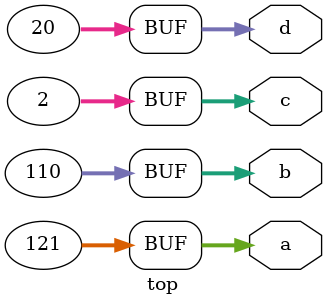
<source format=sv>
/* Generated by Synlig (git sha1 cf328e74e, g++ 12.2.0-14 -fPIC -O3) */

(* keep =  1  *)
(* top =  1  *)
(* src = "/root/synlig/synlig/tests/simple_tests/ParameterUnpackedArray/top.sv:1.1-22.10" *)
module top(a, b, c, d);
  (* src = "/root/synlig/synlig/tests/simple_tests/ParameterUnpackedArray/top.sv:1.23-1.24" *)
  output [31:0] a;
  wire [31:0] a;
  (* src = "/root/synlig/synlig/tests/simple_tests/ParameterUnpackedArray/top.sv:1.26-1.27" *)
  output [31:0] b;
  wire [31:0] b;
  (* src = "/root/synlig/synlig/tests/simple_tests/ParameterUnpackedArray/top.sv:1.29-1.30" *)
  output [31:0] c;
  wire [31:0] c;
  (* src = "/root/synlig/synlig/tests/simple_tests/ParameterUnpackedArray/top.sv:1.32-1.33" *)
  output [31:0] d;
  wire [31:0] d;
  always @*
    if (1'h1) begin
      assert (1'h1);
    end
  always @*
    if (1'h1) begin
      assert (1'h1);
    end
  always @*
    if (1'h1) begin
      assert (1'h1);
    end
  always @*
    if (1'h1) begin
      assert (1'h1);
    end
  assign a = 32'd121;
  assign b = 32'd110;
  assign c = 32'd2;
  assign d = 32'd20;
endmodule

</source>
